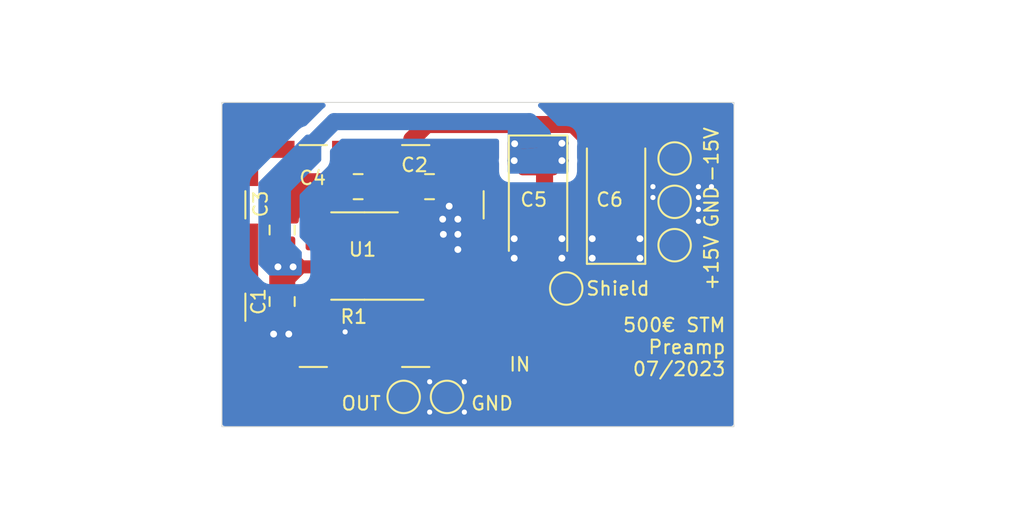
<source format=kicad_pcb>
(kicad_pcb (version 20221018) (generator pcbnew)
  (title_block (title "500EUR STM Preamplifier") (date "2023-07-11") (rev "1.0") (company "mintlabs, Uni Regensburg") (comment 1 "Peter Dirnhofer, based on github jherkenhof/STM"))
  (layers (0 "F.Cu" signal) (31 "B.Cu" signal) (34 "B.Paste" user) (35 "F.Paste" user) (36 "B.SilkS" user "B.Silkscreen") (37 "F.SilkS" user "F.Silkscreen") (38 "B.Mask" user) (39 "F.Mask" user) (44 "Edge.Cuts" user))
  (net 0 "")
  (net 1 "GND")
  (net 2 "+15V")
  (net 3 "-15V")
  (net 4 "/in")
  (net 5 "/out")
  (footprint "Capacitor_Tantalum_SMD:CP_EIA-6032-15_Kemet-U" (layer "F.Cu") (at 113.924 121.813 -90)
    (fp_text reference "C5" (at 0 0.254) (layer "F.SilkS") (effects (font (size 0.8 0.8) (thickness 0.12) bold)))
    (fp_text value "4u7")
    (fp_line (start -3.76 -1.71) (end -3.76 1.71) (stroke (width 0.12)) (layer "F.SilkS"))
    (fp_line (start -3.76 1.71) (end 3 1.71) (stroke (width 0.12)) (layer "F.SilkS"))
    (fp_line (start 3 -1.71) (end -3.76 -1.71) (stroke (width 0.12)) (layer "F.SilkS"))
    (pad "1" smd roundrect locked (at -2.4625 0 270) (size 2.075 2.35) (layers "F.Cu" "F.Paste" "F.Mask") (roundrect_rratio 0.1204819277) (net 2 "+15V"))
    (pad "2" smd roundrect locked (at 2.4625 0 270) (size 2.075 2.35) (layers "F.Cu" "F.Paste" "F.Mask") (roundrect_rratio 0.1204819277) (net 1 "GND"))
  )
  (footprint "Capacitor_Tantalum_SMD:CP_EIA-6032-15_Kemet-U" (layer "F.Cu") (at 118.496 121.813 90)
    (fp_text reference "C6" (at 0 -0.381 180) (layer "F.SilkS") (effects (font (size 0.8 0.8) (thickness 0.12) bold)))
    (fp_text value "4u7")
    (fp_line (start -3.76 -1.71) (end -3.76 1.71) (stroke (width 0.12)) (layer "F.SilkS"))
    (fp_line (start -3.76 1.71) (end 3 1.71) (stroke (width 0.12)) (layer "F.SilkS"))
    (fp_line (start 3 -1.71) (end -3.76 -1.71) (stroke (width 0.12)) (layer "F.SilkS"))
    (pad "1" smd roundrect locked (at -2.4625 0 90) (size 2.075 2.35) (layers "F.Cu" "F.Paste" "F.Mask") (roundrect_rratio 0.1204819277) (net 1 "GND"))
    (pad "2" smd roundrect locked (at 2.4625 0 90) (size 2.075 2.35) (layers "F.Cu" "F.Paste" "F.Mask") (roundrect_rratio 0.1204819277) (net 3 "-15V"))
  )
  (footprint "TestPoint:TestPoint_Pad_2.5x2.5mm" (layer "F.Cu") (at 116.21 131.465)
    (fp_text reference "TIP1" hide)
    (fp_text value "IN" hide)
    (pad "1" smd rect (at 0 0) (size 2.5 2.5) (layers "F.Cu" "F.Mask") (net 4 "/in"))
  )
  (footprint "Capacitor_SMD:C_0805_2012Metric_Pad1.18x1.45mm_HandSolder" (layer "F.Cu") (at 98.93 123.591 90)
    (fp_text reference "C3" (at 1.524 -1.262 90) (layer "F.SilkS") (effects (font (size 0.8 0.8) (thickness 0.12))))
    (fp_text value "1u")
    (fp_line (start -0.261252 -0.735) (end 0.261252 -0.735) (stroke (width 0.12)) (layer "F.SilkS"))
    (fp_line (start -0.261252 0.735) (end 0.261252 0.735) (stroke (width 0.12)) (layer "F.SilkS"))
    (pad "1" smd roundrect locked (at -1.0375 0 90) (size 1.175 1.45) (layers "F.Cu" "F.Paste" "F.Mask") (roundrect_rratio 0.2127659574) (net 2 "+15V"))
    (pad "2" smd roundrect locked (at 1.0375 0 90) (size 1.175 1.45) (layers "F.Cu" "F.Paste" "F.Mask") (roundrect_rratio 0.2127659574) (net 1 "GND"))
  )
  (footprint "RF_Shielding:Laird_Technologies_BMI-S-201-F_13.66x12.70mm" (layer "F.Cu") (at 103.756 125.115 90)
    (fp_text reference "J1" hide)
    (fp_text value "RF_Shield_Two_Pieces")
    (fp_line (start -6.5 -3.8) (end -6.5 -2.2) (stroke (width 0.12)) (layer "F.SilkS"))
    (fp_line (start -6.5 2.2) (end -6.5 3.8) (stroke (width 0.12)) (layer "F.SilkS"))
    (fp_line (start -3.8 -6.98) (end -2.2 -6.98) (stroke (width 0.12)) (layer "F.SilkS"))
    (fp_line (start 2.2 -6.98) (end 3.8 -6.98) (stroke (width 0.12)) (layer "F.SilkS"))
    (fp_line (start 2.2 6.98) (end 3.8 6.98) (stroke (width 0.12)) (layer "F.SilkS"))
    (fp_line (start 6.5 -3.8) (end 6.5 -2.2) (stroke (width 0.12)) (layer "F.SilkS"))
    (fp_line (start 6.5 2.2) (end 6.5 3.8) (stroke (width 0.12)) (layer "F.SilkS"))
    (pad "1" smd rect locked (at -6.25 -6.73 90) (size 1 1) (layers "F.Cu" "F.Paste" "F.Mask") (net 1 "GND"))
    (pad "1" smd rect locked (at -6.25 -5.165 90) (size 1 2.13) (layers "F.Cu" "F.Paste" "F.Mask") (net 1 "GND"))
    (pad "1" smd rect locked (at -6.25 0 90) (size 1 3.8) (layers "F.Cu" "F.Paste" "F.Mask") (net 1 "GND"))
    (pad "1" smd rect locked (at -6.25 5.165 90) (size 1 2.13) (layers "F.Cu" "F.Paste" "F.Mask") (net 1 "GND"))
    (pad "1" smd rect locked (at -6.25 6.73 90) (size 1 1) (layers "F.Cu" "F.Paste" "F.Mask") (net 1 "GND"))
    (pad "1" smd rect locked (at -4.925 -6.73 90) (size 1.65 1) (layers "F.Cu" "F.Paste" "F.Mask") (net 1 "GND"))
    (pad "1" smd rect locked (at -4.925 6.73 90) (size 1.65 1) (layers "F.Cu" "F.Paste" "F.Mask") (net 1 "GND"))
    (pad "1" smd rect locked (at 0 -6.73 90) (size 3.8 1) (layers "F.Cu" "F.Paste" "F.Mask") (net 1 "GND"))
    (pad "1" smd rect locked (at 0 6.73 90) (size 3.8 1) (layers "F.Cu" "F.Paste" "F.Mask") (net 1 "GND"))
    (pad "1" smd rect locked (at 4.925 -6.73 90) (size 1.65 1) (layers "F.Cu" "F.Paste" "F.Mask") (net 1 "GND"))
    (pad "1" smd rect locked (at 4.925 6.73 90) (size 1.65 1) (layers "F.Cu" "F.Paste" "F.Mask") (net 1 "GND"))
    (pad "1" smd rect locked (at 6.25 -6.73 90) (size 1 1) (layers "F.Cu" "F.Paste" "F.Mask") (net 1 "GND"))
    (pad "1" smd rect locked (at 6.25 -5.165 90) (size 1 2.13) (layers "F.Cu" "F.Paste" "F.Mask") (net 1 "GND"))
    (pad "1" smd rect locked (at 6.25 0 90) (size 1 3.8) (layers "F.Cu" "F.Paste" "F.Mask") (net 1 "GND"))
    (pad "1" smd rect locked (at 6.25 5.165 90) (size 1 2.13) (layers "F.Cu" "F.Paste" "F.Mask") (net 1 "GND"))
    (pad "1" smd rect locked (at 6.25 6.73 90) (size 1 1) (layers "F.Cu" "F.Paste" "F.Mask") (net 1 "GND"))
  )
  (footprint "custom:SOIC-8_3.9x4.9mm_P1.27mm" (layer "F.Cu") (at 103.756 125.115 180)
    (fp_text reference "U1" (at 0.119 0.381 180) (layer "F.SilkS") (effects (font (size 0.8 0.8) (thickness 0.12))))
    (fp_text value "ADA4637-1")
    (fp_line (start 0 -2.56) (end -3.45 -2.56) (stroke (width 0.12)) (layer "F.SilkS"))
    (fp_line (start 0 -2.56) (end 1.95 -2.56) (stroke (width 0.12)) (layer "F.SilkS"))
    (fp_line (start 0 2.56) (end -1.95 2.56) (stroke (width 0.12)) (layer "F.SilkS"))
    (fp_line (start 0 2.56) (end 1.95 2.56) (stroke (width 0.12)) (layer "F.SilkS"))
    (pad "2" smd roundrect locked (at -2.475 -0.635 180) (size 1.95 0.6) (layers "F.Cu" "F.Paste" "F.Mask") (net 4 "/in"))
    (pad "3" smd roundrect locked (at -2.475 0.635 180) (size 1.95 0.6) (layers "F.Cu" "F.Paste" "F.Mask") (net 1 "GND"))
    (pad "4" smd roundrect locked (at -2.475 1.905 180) (size 1.95 0.6) (layers "F.Cu" "F.Paste" "F.Mask") (net 3 "-15V"))
    (pad "5" smd roundrect locked (at 2.475 1.905 180) (size 1.95 0.6) (layers "F.Cu" "F.Paste" "F.Mask"))
    (pad "6" smd roundrect locked (at 2.475 0.635 180) (size 1.95 0.6) (layers "F.Cu" "F.Paste" "F.Mask") (net 5 "/out"))
    (pad "7" smd roundrect locked (at 2.475 -0.635 180) (size 1.95 0.6) (layers "F.Cu" "F.Paste" "F.Mask") (net 2 "+15V"))
    (pad "8" smd roundrect locked (at 2.475 -1.905 180) (size 1.95 0.6) (layers "F.Cu" "F.Paste" "F.Mask"))
  )
  (footprint "Capacitor_SMD:C_0805_2012Metric_Pad1.18x1.45mm_HandSolder" (layer "F.Cu") (at 103.383 121.051)
    (fp_text reference "C4" (at -2.667 -0.508) (layer "F.SilkS") (effects (font (size 0.8 0.8) (thickness 0.12))))
    (fp_text value "1u")
    (fp_line (start -0.261252 -0.735) (end 0.261252 -0.735) (stroke (width 0.12)) (layer "F.SilkS"))
    (fp_line (start -0.261252 0.735) (end 0.261252 0.735) (stroke (width 0.12)) (layer "F.SilkS"))
    (pad "1" smd roundrect locked (at -1.0375 0) (size 1.175 1.45) (layers "F.Cu" "F.Paste" "F.Mask") (roundrect_rratio 0.2127659574) (net 1 "GND"))
    (pad "2" smd roundrect locked (at 1.0375 0) (size 1.175 1.45) (layers "F.Cu" "F.Paste" "F.Mask") (roundrect_rratio 0.2127659574) (net 3 "-15V"))
  )
  (footprint "Capacitor_SMD:C_0805_2012Metric_Pad1.18x1.45mm_HandSolder" (layer "F.Cu") (at 98.93 127.782 -90)
    (fp_text reference "C1" (at 0 1.389 -90) (layer "F.SilkS") (effects (font (size 0.8 0.8) (thickness 0.12) bold)))
    (fp_text value "47n")
    (fp_line (start -0.261252 -0.735) (end 0.261252 -0.735) (stroke (width 0.12)) (layer "F.SilkS"))
    (fp_line (start -0.261252 0.735) (end 0.261252 0.735) (stroke (width 0.12)) (layer "F.SilkS"))
    (pad "1" smd roundrect locked (at -1.0375 0 270) (size 1.175 1.45) (layers "F.Cu" "F.Paste" "F.Mask") (roundrect_rratio 0.2127659574) (net 2 "+15V"))
    (pad "2" smd roundrect locked (at 1.0375 0 270) (size 1.175 1.45) (layers "F.Cu" "F.Paste" "F.Mask") (roundrect_rratio 0.2127659574) (net 1 "GND"))
  )
  (footprint "Resistor_SMD:R_1206_3216Metric_Pad1.30x1.75mm_HandSolder" (layer "F.Cu") (at 106.296 129.179)
    (fp_text reference "R1" (at -3.167 -0.508) (layer "F.SilkS") (effects (font (size 0.8 0.8) (thickness 0.12))))
    (fp_text value "100MEG")
    (pad "1" smd roundrect (at -1.55 0) (size 1.3 1.75) (layers "F.Cu" "F.Paste" "F.Mask") (roundrect_rratio 0.1923076923) (net 5 "/out"))
    (pad "2" smd roundrect (at 1.55 0) (size 1.3 1.75) (layers "F.Cu" "F.Paste" "F.Mask") (roundrect_rratio 0.1923076923) (net 4 "/in"))
  )
  (footprint "Capacitor_SMD:C_0805_2012Metric_Pad1.18x1.45mm_HandSolder" (layer "F.Cu") (at 107.566 121.051 180)
    (fp_text reference "C2" (at 0.881 1.27 180) (layer "F.SilkS") (effects (font (size 0.8 0.8) (thickness 0.12) bold)))
    (fp_text value "47n")
    (fp_line (start -0.261252 -0.735) (end 0.261252 -0.735) (stroke (width 0.12)) (layer "F.SilkS"))
    (fp_line (start -0.261252 0.735) (end 0.261252 0.735) (stroke (width 0.12)) (layer "F.SilkS"))
    (pad "1" smd roundrect locked (at -1.0375 0 180) (size 1.175 1.45) (layers "F.Cu" "F.Paste" "F.Mask") (roundrect_rratio 0.2127659574) (net 1 "GND"))
    (pad "2" smd roundrect locked (at 1.0375 0 180) (size 1.175 1.45) (layers "F.Cu" "F.Paste" "F.Mask") (roundrect_rratio 0.2127659574) (net 3 "-15V"))
  )
  (footprint "TestPoint:TestPoint_Pad_D1.5mm" (layer "F.Cu") (at 121.925 124.48)
    (fp_text reference "TP2" hide)
    (fp_text value "TestPoint")
    (fp_circle (center 0 0) (end 0 0.95) (stroke (width 0.12)) (fill none) (layer "F.SilkS"))
    (pad "1" smd circle (at 0 0) (size 1.5 1.5) (layers "F.Cu" "F.Mask") (net 2 "+15V"))
  )
  (footprint "TestPoint:TestPoint_Pad_D1.5mm" (layer "F.Cu") (at 115.575 127.02)
    (fp_text reference "TP1" hide)
    (fp_text value "TestPoint")
    (fp_circle (center 0 0) (end 0 0.95) (stroke (width 0.12)) (fill none) (layer "F.SilkS"))
    (pad "1" smd circle (at 0 0) (size 1.5 1.5) (layers "F.Cu" "F.Mask") (net 1 "GND"))
  )
  (footprint "TestPoint:TestPoint_Pad_D1.5mm" (layer "F.Cu") (at 106.05 133.37)
    (fp_text reference "TP5" hide)
    (fp_text value "TestPoint")
    (fp_circle (center 0 0) (end 0 0.95) (stroke (width 0.12)) (fill none) (layer "F.SilkS"))
    (pad "1" smd circle (at 0 0) (size 1.5 1.5) (layers "F.Cu" "F.Mask") (net 5 "/out"))
  )
  (footprint "TestPoint:TestPoint_Pad_D1.5mm" (layer "F.Cu") (at 108.59 133.37)
    (fp_text reference "TP6" hide)
    (fp_text value "TestPoint")
    (fp_circle (center 0 0) (end 0 0.95) (stroke (width 0.12)) (fill none) (layer "F.SilkS"))
    (pad "1" smd circle (at 0 0) (size 1.5 1.5) (layers "F.Cu" "F.Mask") (net 1 "GND"))
  )
  (footprint "TestPoint:TestPoint_Pad_D1.5mm" (layer "F.Cu") (at 121.925 121.94)
    (fp_text reference "TP3" hide)
    (fp_text value "TestPoint")
    (fp_circle (center 0 0) (end 0 0.95) (stroke (width 0.12)) (fill none) (layer "F.SilkS"))
    (pad "1" smd circle (at 0 0) (size 1.5 1.5) (layers "F.Cu" "F.Mask") (net 1 "GND"))
  )
  (footprint "TestPoint:TestPoint_Pad_D1.5mm" (layer "F.Cu") (at 121.925 119.4)
    (fp_text reference "TP4" hide)
    (fp_text value "TestPoint")
    (fp_circle (center 0 0) (end 0 0.95) (stroke (width 0.12)) (fill none) (layer "F.SilkS"))
    (pad "1" smd circle (at 0 0) (size 1.5 1.5) (layers "F.Cu" "F.Mask") (net 3 "-15V"))
  )
  (gr_rect (start 95.4 116.115) (end 125.4 135.115) (stroke (width 0.05)) (fill none) (layer "Edge.Cuts"))
  (gr_text "GND" (at 124.084 120.924 90) (layer "F.SilkS") (effects (font (size 0.8 0.8) (thickness 0.12) bold) (justify right)))
  (gr_text "-15V" (at 124.084 117.495 90) (layer "F.SilkS") (effects (font (size 0.8 0.8) (thickness 0.12) bold) (justify right)))
  (gr_text "500€ STM\nPreamp\n07/2023" (at 124.973 130.449) (layer "F.SilkS") (effects (font (size 0.8 0.8) (thickness 0.12) bold) (justify right)))
  (gr_text "+15V" (at 124.084 123.845 90) (layer "F.SilkS") (effects (font (size 0.8 0.8) (thickness 0.12) bold) (justify right)))
  (gr_text "Shield" (at 120.528 127.02) (layer "F.SilkS") (effects (font (size 0.8 0.8) (thickness 0.12) bold) (justify right)))
  (gr_text "IN" (at 113.543 131.465) (layer "F.SilkS") (effects (font (size 0.8 0.8) (thickness 0.12) bold) (justify right)))
  (gr_text "GND" (at 112.527 133.751) (layer "F.SilkS") (effects (font (size 0.8 0.8) (thickness 0.12) bold) (justify right)))
  (gr_text "OUT" (at 104.78 133.751) (layer "F.SilkS") (effects (font (size 0.8 0.8) (thickness 0.12) bold) (justify right)))
  (segment (start 118.4325 133.6875) (end 118.75 133.37) (width 0.3) (layer "F.Cu") (net 1))
  (segment (start 113.9875 133.6875) (end 114.305 134.005) (width 0.3) (layer "F.Cu") (net 1))
  (segment (start 118.4325 129.2425) (end 118.115 128.925) (width 0.3) (layer "F.Cu") (net 1))
  (segment (start 118.75 131.465) (end 118.75 129.56) (width 0.3) (layer "F.Cu") (net 1))
  (segment (start 116.21 134.005) (end 116.21 134.005) (width 0.3) (layer "F.Cu") (net 1))
  (segment (start 113.67 131.465) (end 113.67 133.37) (width 0.3) (layer "F.Cu") (net 1))
  (segment (start 116.21 128.925) (end 114.94 128.925) (width 0.3) (layer "F.Cu") (net 1))
  (segment (start 116.21 134.005) (end 118.115 134.005) (width 0.3) (layer "F.Cu") (net 1))
  (segment (start 116.21 128.925) (end 116.21 128.925) (width 0.3) (layer "F.Cu") (net 1))
  (segment (start 113.289 127.274) (end 111.257 127.274) (width 0.3) (layer "F.Cu") (net 1))
  (segment (start 112.4 128.925) (end 112.4 128.925) (width 0.3) (layer "F.Cu") (net 1))
  (segment (start 111.249 127.266) (end 110.9395 126.9565) (width 0.3) (layer "F.Cu") (net 1))
  (segment (start 114.94 128.925) (end 113.289 127.274) (width 0.3) (layer "F.Cu") (net 1))
  (segment (start 111.257 128.925) (end 112.4 128.925) (width 0.3) (layer "F.Cu") (net 1))
  (segment (start 110.241 126.258) (end 110.9395 126.9565) (width 0.3) (layer "F.Cu") (net 1))
  (segment (start 105.288 126.893) (end 104.526 126.131) (width 0.3) (layer "F.Cu") (net 1))
  (segment (start 106.304 128.847472) (end 107.574 127.577472) (width 0.3) (layer "F.Cu") (net 1))
  (segment (start 106.231 124.48) (end 107.828 124.48) (width 0.3) (layer "F.Cu") (net 1))
  (segment (start 118.75 133.37) (end 118.75 131.465) (width 0.3) (layer "F.Cu") (net 1))
  (segment (start 105.415 124.48) (end 106.231 124.48) (width 0.3) (layer "F.Cu") (net 1))
  (segment (start 108.921 131.365) (end 107.556 131.365) (width 0.3) (layer "F.Cu") (net 1))
  (segment (start 107.556 131.365) (end 106.304 130.113) (width 0.3) (layer "F.Cu") (net 1))
  (segment (start 104.526 126.131) (end 104.526 125.369) (width 0.3) (layer "F.Cu") (net 1))
  (segment (start 110.486 126.503) (end 110.486 125.115) (width 0.3) (layer "F.Cu") (net 1))
  (segment (start 107.574 127.577472) (end 107.574 127.147) (width 0.3) (layer "F.Cu") (net 1))
  (segment (start 104.526 125.369) (end 105.415 124.48) (width 0.3) (layer "F.Cu") (net 1))
  (segment (start 112.4 128.925) (end 113.67 130.195) (width 0.3) (layer "F.Cu") (net 1))
  (segment (start 113.67 130.195) (end 113.67 131.465) (width 0.3) (layer "F.Cu") (net 1))
  (segment (start 118.75 129.56) (end 118.4325 129.2425) (width 0.3) (layer "F.Cu") (net 1))
  (segment (start 109.606 126.258) (end 110.241 126.258) (width 0.3) (layer "F.Cu") (net 1))
  (segment (start 110.486 129.696) (end 111.257 128.925) (width 0.3) (layer "F.Cu") (net 1))
  (segment (start 107.32 126.893) (end 105.288 126.893) (width 0.3) (layer "F.Cu") (net 1))
  (segment (start 111.257 127.274) (end 111.249 127.266) (width 0.3) (layer "F.Cu") (net 1))
  (segment (start 110.9395 126.9565) (end 110.486 126.503) (width 0.3) (layer "F.Cu") (net 1))
  (segment (start 113.67 133.37) (end 113.9875 133.6875) (width 0.3) (layer "F.Cu") (net 1))
  (segment (start 107.828 124.48) (end 109.606 126.258) (width 0.3) (layer "F.Cu") (net 1))
  (segment (start 113.289 127.274) (end 113.289 127.274) (width 0.3) (layer "F.Cu") (net 1))
  (segment (start 114.305 134.005) (end 116.21 134.005) (width 0.3) (layer "F.Cu") (net 1))
  (segment (start 107.574 127.147) (end 107.32 126.893) (width 0.3) (layer "F.Cu") (net 1))
  (segment (start 110.486 130.04) (end 110.486 129.696) (width 0.3) (layer "F.Cu") (net 1))
  (segment (start 118.115 128.925) (end 116.21 128.925) (width 0.3) (layer "F.Cu") (net 1))
  (segment (start 118.115 134.005) (end 118.4325 133.6875) (width 0.3) (layer "F.Cu") (net 1))
  (segment (start 106.304 130.113) (end 106.304 128.847472) (width 0.3) (layer "F.Cu") (net 1))
  (via (at 112.527 124.099) (size 0.8) (drill 0.4) (layers "F.Cu" "B.Cu") (net 1))
  (via (at 112.527 125.242) (size 0.8) (drill 0.4) (layers "F.Cu" "B.Cu") (net 1))
  (via (at 115.321 125.242) (size 0.8) (drill 0.4) (layers "F.Cu" "B.Cu") (net 1))
  (via (at 115.321 124.099) (size 0.8) (drill 0.4) (layers "F.Cu" "B.Cu") (net 1))
  (via (at 109.225 123.845) (size 0.8) (drill 0.4) (layers "F.Cu" "B.Cu") (net 1))
  (via (at 123.322 122.385503) (size 0.6) (drill 0.3) (layers "F.Cu" "B.Cu") (net 1))
  (via (at 108.336 122.956) (size 0.8) (drill 0.4) (layers "F.Cu" "B.Cu") (net 1))
  (via (at 117.099 124.099) (size 0.8) (drill 0.4) (layers "F.Cu" "B.Cu") (net 1))
  (via (at 107.574 134.259) (size 0.6) (drill 0.3) (layers "F.Cu" "B.Cu") (net 1))
  (via (at 120.655 121.686) (size 0.6) (drill 0.3) (layers "F.Cu" "B.Cu") (net 1))
  (via (at 109.225 124.734) (size 0.8) (drill 0.4) (layers "F.Cu" "B.Cu") (net 1))
  (via (at 109.606 134.259) (size 0.6) (drill 0.3) (layers "F.Cu" "B.Cu") (net 1))
  (via (at 117.099 125.242) (size 0.8) (drill 0.4) (layers "F.Cu" "B.Cu") (net 1))
  (via (at 102.621 129.56) (size 0.6) (drill 0.3) (layers "F.Cu" "B.Cu") (net 1))
  (via (at 119.893 124.099) (size 0.8) (drill 0.4) (layers "F.Cu" "B.Cu") (net 1))
  (via (at 107.574 132.481) (size 0.6) (drill 0.3) (layers "F.Cu" "B.Cu") (net 1))
  (via (at 124.084 121.051) (size 0.6) (drill 0.3) (layers "F.Cu" "B.Cu") (net 1))
  (via (at 108.717 122.194) (size 0.8) (drill 0.4) (layers "F.Cu" "B.Cu") (net 1))
  (via (at 98.43 129.687) (size 0.8) (drill 0.4) (layers "F.Cu" "B.Cu") (net 1))
  (via (at 123.322 121.686) (size 0.6) (drill 0.3) (layers "F.Cu" "B.Cu") (net 1))
  (via (at 99.319 129.687) (size 0.8) (drill 0.4) (layers "F.Cu" "B.Cu") (net 1))
  (via (at 123.322 123.083) (size 0.6) (drill 0.3) (layers "F.Cu" "B.Cu") (net 1))
  (via (at 123.322 121.051) (size 0.6) (drill 0.3) (layers "F.Cu" "B.Cu") (net 1))
  (via (at 119.893 125.242) (size 0.8) (drill 0.4) (layers "F.Cu" "B.Cu") (net 1))
  (via (at 108.375497 123.845) (size 0.8) (drill 0.4) (layers "F.Cu" "B.Cu") (net 1))
  (via (at 109.606 132.481) (size 0.6) (drill 0.3) (layers "F.Cu" "B.Cu") (net 1))
  (via (at 109.225 122.956) (size 0.8) (drill 0.4) (layers "F.Cu" "B.Cu") (net 1))
  (via (at 120.655 121.051) (size 0.6) (drill 0.3) (layers "F.Cu" "B.Cu") (net 1))
  (segment (start 113.924 119.3505) (end 113.8745 119.4) (width 0.6) (layer "F.Cu") (net 2))
  (segment (start 121.925 124.48) (end 119.385 121.94) (width 1) (layer "F.Cu") (net 2))
  (segment (start 114.94 121.94) (end 114.305 121.305) (width 1) (layer "F.Cu") (net 2))
  (segment (start 114.305 121.305) (end 114.305 119.7315) (width 1) (layer "F.Cu") (net 2))
  (segment (start 119.385 121.94) (end 114.94 121.94) (width 1) (layer "F.Cu") (net 2))
  (segment (start 114.305 119.7315) (end 113.924 119.3505) (width 0.6) (layer "F.Cu") (net 2))
  (via (at 115.321 119.527) (size 0.8) (drill 0.4) (layers "F.Cu" "B.Cu") (net 2))
  (via (at 115.321 118.511) (size 0.8) (drill 0.4) (layers "F.Cu" "B.Cu") (net 2))
  (via (at 99.573 125.75) (size 0.8) (drill 0.4) (layers "F.Cu" "B.Cu") (net 2))
  (via (at 98.684 125.75) (size 0.8) (drill 0.4) (layers "F.Cu" "B.Cu") (net 2))
  (via (at 112.527 119.527) (size 0.8) (drill 0.4) (layers "F.Cu" "B.Cu") (net 2))
  (via (at 112.5524 118.5364) (size 0.8) (drill 0.4) (layers "F.Cu" "B.Cu") (net 2))
  (segment (start 113.416 117.241) (end 114.178 118.003) (width 1) (layer "B.Cu") (net 2))
  (segment (start 114.178 119.273) (end 114.432 119.273) (width 0.6) (layer "B.Cu") (net 2))
  (segment (start 114.178 118.003) (end 114.178 119.273) (width 0.6) (layer "B.Cu") (net 2))
  (segment (start 100.716 118.511) (end 101.986 117.241) (width 1) (layer "B.Cu") (net 2))
  (segment (start 101.986 117.241) (end 113.416 117.241) (width 1) (layer "B.Cu") (net 2))
  (segment (start 104.408 121.051) (end 106.5285 121.051) (width 1) (layer "F.Cu") (net 3))
  (segment (start 117.099 119.527) (end 119.893 119.527) (width 1) (layer "F.Cu") (net 3))
  (segment (start 106.5285 121.051) (end 106.5285 122.9125) (width 1) (layer "F.Cu") (net 3))
  (segment (start 106.5285 121.051) (end 106.5285 118.2865) (width 1) (layer "F.Cu") (net 3))
  (segment (start 117.099 118.511) (end 119.893 118.511) (width 1) (layer "F.Cu") (net 3))
  (segment (start 117.099 118.511) (end 117.099 119.527) (width 1) (layer "F.Cu") (net 3))
  (segment (start 121.925 119.4) (end 120.02 119.4) (width 1) (layer "F.Cu") (net 3))
  (segment (start 115.999 117.411) (end 117.099 118.511) (width 1) (layer "F.Cu") (net 3))
  (segment (start 107.404 117.411) (end 115.999 117.411) (width 1) (layer "F.Cu") (net 3))
  (segment (start 106.5285 122.9125) (end 106.231 123.21) (width 0.2) (layer "F.Cu") (net 3))
  (segment (start 106.5285 118.2865) (end 107.404 117.411) (width 1) (layer "F.Cu") (net 3))
  (segment (start 120.02 119.4) (end 119.893 119.527) (width 0.2) (layer "F.Cu") (net 3))
  (segment (start 112.781 128.036) (end 116.21 131.465) (width 0.2) (layer "F.Cu") (net 4))
  (segment (start 106.231 125.75) (end 108.021 125.75) (width 0.2) (layer "F.Cu") (net 4))
  (segment (start 107.846 129.179) (end 109.164 129.179) (width 0.2) (layer "F.Cu") (net 4))
  (segment (start 109.164 129.179) (end 110.307 128.036) (width 0.2) (layer "F.Cu") (net 4))
  (segment (start 108.021 125.75) (end 110.307 128.036) (width 0.2) (layer "F.Cu") (net 4))
  (segment (start 110.307 128.036) (end 112.781 128.036) (width 0.2) (layer "F.Cu") (net 4))
  (segment (start 102.875 124.861) (end 102.494 124.48) (width 0.5) (layer "F.Cu") (net 5))
  (segment (start 106.05 133.37) (end 106.05 130.495396) (width 0.2) (layer "F.Cu") (net 5))
  (segment (start 102.494 124.48) (end 101.281 124.48) (width 0.5) (layer "F.Cu") (net 5))
  (segment (start 103.51 125.496) (end 103.51 127.8805) (width 0.5) (layer "F.Cu") (net 5))
  (segment (start 104.8085 129.253896) (end 104.8085 129.179) (width 0.2) (layer "F.Cu") (net 5))
  (segment (start 106.05 130.495396) (end 104.8085 129.253896) (width 0.2) (layer "F.Cu") (net 5))
  (segment (start 102.875 124.861) (end 103.51 125.496) (width 0.5) (layer "F.Cu") (net 5))
  (segment (start 103.51 127.8805) (end 104.8085 129.179) (width 0.5) (layer "F.Cu") (net 5))
  (zone (net 2) (net_name "+15V") (layer "F.Cu") (priority 5) (connect_pads yes (clearance 0.4)) (min_thickness 0.3) (fill yes (thermal_gap 0.508) (thermal_bridge_width 0.508))
    (polygon (pts (xy 112.146 118.13) (xy 115.702 118.13) (xy 115.702 119.908) (xy 112.146 119.908)))
  )
  (zone (net 1) (net_name "GND") (layer "F.Cu") (priority 3) (connect_pads yes (clearance 0.4)) (min_thickness 0.3) (fill yes (thermal_gap 0.508) (thermal_bridge_width 0.508))
    (polygon (pts (xy 98.176 123.21) (xy 98.176 120.2636) (xy 103.51 120.2636) (xy 103.51 122.067) (xy 105.542 124.099) (xy 106.304 124.099) (xy 106.304 124.734) (xy 105.288 124.734) (xy 104.526 125.496) (xy 102.113 125.496) (xy 99.827 123.21)))
  )
  (zone (net 1) (net_name "GND") (layer "F.Cu") (priority 3) (connect_pads yes (clearance 0.25)) (min_thickness 0.3) (fill yes (thermal_gap 0.508) (thermal_bridge_width 0.508))
    (polygon (pts (xy 105.288 124.607) (xy 105.288 124.099) (xy 107.447 124.099) (xy 107.828 123.718) (xy 107.828 120.289) (xy 109.098 120.289) (xy 109.098 121.813) (xy 110.622 123.337) (xy 110.622 126.258) (xy 109.479 126.258) (xy 107.828 124.607)))
  )
  (zone (net 1) (net_name "GND") (layer "F.Cu") (priority 3) (connect_pads yes (clearance 0.4)) (min_thickness 0.3) (fill yes (thermal_gap 0.508) (thermal_bridge_width 0.508))
    (polygon (pts (xy 116.718 123.718) (xy 120.274 123.718) (xy 120.274 125.623) (xy 116.718 125.623)))
  )
  (zone (net 1) (net_name "GND") (layer "F.Cu") (priority 1) (connect_pads (clearance 0.5)) (min_thickness 0.25) (fill yes (thermal_gap 0.5) (thermal_bridge_width 0.5))
    (polygon (pts (xy 123.83 120.543) (xy 123.703 123.337) (xy 122.56 123.464) (xy 119.512 121.178) (xy 119.512 120.543)))
  )
  (zone (net 1) (net_name "GND") (layer "F.Cu") (priority 7) (connect_pads yes (clearance 0.4)) (min_thickness 0.25) (fill yes (thermal_gap 0.508) (thermal_bridge_width 0.508))
    (polygon (pts (xy 107.32 132.227) (xy 109.86 132.227) (xy 109.86 134.513) (xy 107.32 134.513)))
  )
  (zone (net 1) (net_name "GND") (layer "F.Cu") (connect_pads yes (clearance 0.4)) (min_thickness 0.3) (fill yes (thermal_gap 0.508) (thermal_bridge_width 0.508))
    (polygon (pts (xy 103.002 128.036) (xy 98.049 128.036) (xy 98.049 130.322) (xy 103.637 130.322)))
  )
  (zone (net 2) (net_name "+15V") (layer "F.Cu") (connect_pads yes (clearance 0.25)) (min_thickness 0.3) (fill yes (thermal_gap 0.508) (thermal_bridge_width 0.508))
    (polygon (pts (xy 102.24 126.131) (xy 102.24 125.369) (xy 100.208 125.369) (xy 99.7 124.861) (xy 99.7 123.972) (xy 98.176 123.972) (xy 98.176 127.528) (xy 99.7 127.528) (xy 99.7 126.639) (xy 100.208 126.131)))
  )
  (zone (net 1) (net_name "GND") (layer "F.Cu") (priority 8) (connect_pads yes (clearance 0.4)) (min_thickness 0.25) (fill yes (thermal_gap 0.508) (thermal_bridge_width 0.508))
    (polygon (pts (xy 112.146 125.623) (xy 113.67 126.893) (xy 114.686 128.163) (xy 116.718 128.163) (xy 116.718 123.718) (xy 112.146 123.591)))
  )
  (zone (net 3) (net_name "-15V") (layer "F.Cu") (priority 9) (connect_pads (clearance 0.4)) (min_thickness 0.25) (fill yes (thermal_gap 0.5) (thermal_bridge_width 0.5))
    (polygon (pts (xy 119.639 118.003) (xy 123.195 118.003) (xy 123.068 120.035) (xy 119.131 120.035)))
  )
  (zone (net 3) (net_name "-15V") (layer "F.Cu") (priority 11) (connect_pads yes (clearance 0.4)) (min_thickness 0.25) (fill yes (thermal_gap 0.5) (thermal_bridge_width 0.5))
    (polygon (pts (xy 104.272 120.797) (xy 106.939 120.797) (xy 106.939 123.337) (xy 105.288 123.337) (xy 104.272 122.067)))
  )
  (zone (net 2) (net_name "+15V") (layer "F.Cu") (priority 10) (connect_pads (clearance 0.4)) (min_thickness 0.25) (fill yes (thermal_gap 0.5) (thermal_bridge_width 0.5))
    (polygon (pts (xy 120.782 123.718) (xy 120.782 126.004) (xy 123.576 126.004) (xy 123.576 123.718)))
  )
  (zone (net 2) (net_name "+15V") (layer "B.Cu") (priority 12) (connect_pads yes (clearance 0.4)) (min_thickness 0.25) (fill yes (thermal_gap 0.5) (thermal_bridge_width 0.5))
    (polygon (pts (xy 112.146 118.892) (xy 114.051 118.765) (xy 113.797 117.368) (xy 112.146 117.368)))
  )
  (zone (net 2) (net_name "+15V") (layer "B.Cu") (priority 6) (connect_pads (clearance 0.5)) (min_thickness 0.25) (fill yes (thermal_gap 0.5) (thermal_bridge_width 0.5))
    (polygon (pts (xy 112.146 118.003) (xy 112.146 120.289) (xy 115.702 120.289) (xy 115.702 118.003)))
  )
  (zone (net 2) (net_name "+15V") (layer "B.Cu") (priority 2) (connect_pads yes (clearance 0.4)) (min_thickness 0.25) (fill yes (thermal_gap 0.508) (thermal_bridge_width 0.508))
    (polygon (pts (xy 97.541 120.797) (xy 97.541 125.623) (xy 98.176 126.258) (xy 100.081 126.258) (xy 100.081 124.861) (xy 99.446 124.226) (xy 99.446 121.305) (xy 101.224 119.527) (xy 101.224 118.003) (xy 100.335 118.003)))
  )
  (zone (net 1) (net_name "GND") (layer "B.Cu") (connect_pads yes (clearance 0.5)) (min_thickness 0.3) (fill yes (thermal_gap 0.508) (thermal_bridge_width 0.508))
    (polygon (pts (xy 82.4 110.115) (xy 142.4 110.115) (xy 142.4 140.115) (xy 82.4 140.115)))
  )
)
</source>
